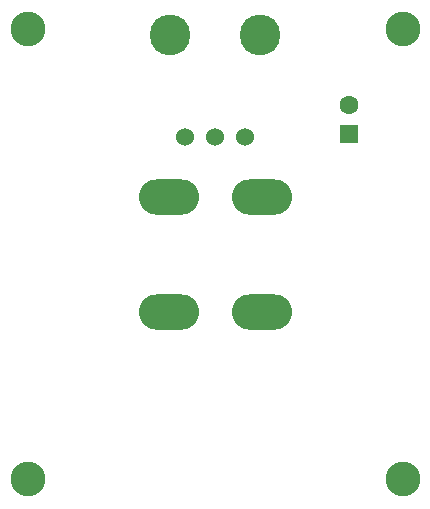
<source format=gbr>
%TF.GenerationSoftware,KiCad,Pcbnew,7.0.7*%
%TF.CreationDate,2023-11-05T22:28:57-06:00*%
%TF.ProjectId,BrushedMOCO_Breakout,42727573-6865-4644-9d4f-434f5f427265,rev?*%
%TF.SameCoordinates,Original*%
%TF.FileFunction,Soldermask,Bot*%
%TF.FilePolarity,Negative*%
%FSLAX46Y46*%
G04 Gerber Fmt 4.6, Leading zero omitted, Abs format (unit mm)*
G04 Created by KiCad (PCBNEW 7.0.7) date 2023-11-05 22:28:57*
%MOMM*%
%LPD*%
G01*
G04 APERTURE LIST*
%ADD10C,2.946400*%
%ADD11C,3.450000*%
%ADD12C,1.524000*%
%ADD13R,1.600000X1.600000*%
%ADD14C,1.600000*%
%ADD15O,5.100000X3.000000*%
G04 APERTURE END LIST*
D10*
%TO.C,REF\u002A\u002A*%
X137414000Y-81534000D03*
%TD*%
%TO.C,REF\u002A\u002A*%
X105664000Y-119634000D03*
%TD*%
D11*
%TO.C,Conn3*%
X117729000Y-82042000D03*
X125349000Y-82042000D03*
D12*
X118999000Y-90678000D03*
X121539000Y-90678000D03*
X124079000Y-90678000D03*
%TD*%
D13*
%TO.C,C1*%
X132842000Y-90424000D03*
D14*
X132842000Y-87924000D03*
%TD*%
D10*
%TO.C,REF\u002A\u002A*%
X137414000Y-119634000D03*
%TD*%
%TO.C,REF\u002A\u002A*%
X105664000Y-81534000D03*
%TD*%
D15*
%TO.C,Conn1*%
X117602000Y-95693200D03*
X125476000Y-95693200D03*
%TD*%
%TO.C,Conn2*%
X125476000Y-105474800D03*
X117602000Y-105474800D03*
%TD*%
M02*

</source>
